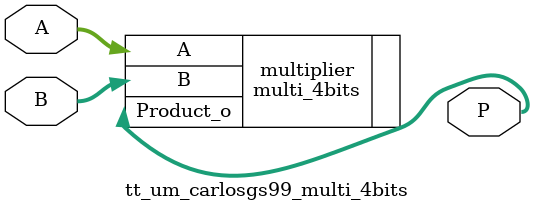
<source format=v>
`include "multi_4bits.v"

module tt_um_carlosgs99_multi_4bits (
    input wire [3:0]  A,
    input wire [3:0]  B,
    output wire [7:0] P
);

    multi_4bits multiplier(.A(A), .B(B), .Product_o(P));
endmodule
</source>
